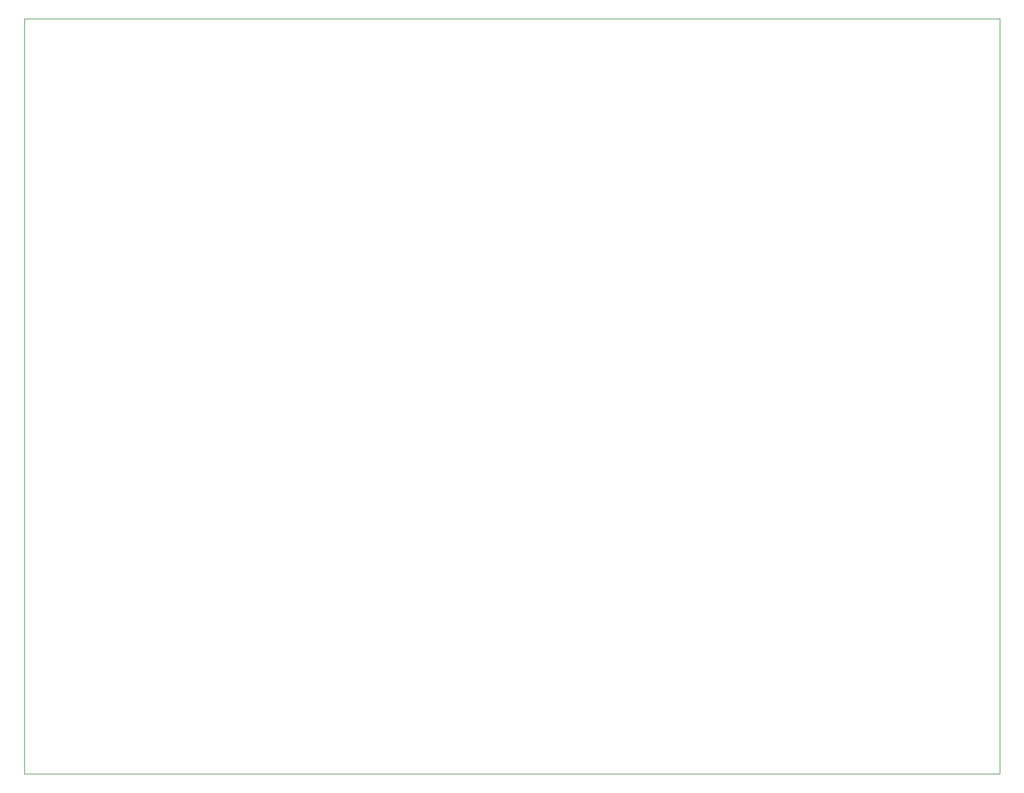
<source format=gm1>
G04 #@! TF.GenerationSoftware,KiCad,Pcbnew,8.0.8*
G04 #@! TF.CreationDate,2025-12-16T16:02:55-05:00*
G04 #@! TF.ProjectId,FPGA-BOARD,46504741-2d42-44f4-9152-442e6b696361,rev?*
G04 #@! TF.SameCoordinates,Original*
G04 #@! TF.FileFunction,Profile,NP*
%FSLAX46Y46*%
G04 Gerber Fmt 4.6, Leading zero omitted, Abs format (unit mm)*
G04 Created by KiCad (PCBNEW 8.0.8) date 2025-12-16 16:02:55*
%MOMM*%
%LPD*%
G01*
G04 APERTURE LIST*
G04 #@! TA.AperFunction,Profile*
%ADD10C,0.050000*%
G04 #@! TD*
G04 APERTURE END LIST*
D10*
X72600000Y-47350000D02*
X205150000Y-47350000D01*
X205150000Y-150050000D01*
X72600000Y-150050000D01*
X72600000Y-47350000D01*
M02*

</source>
